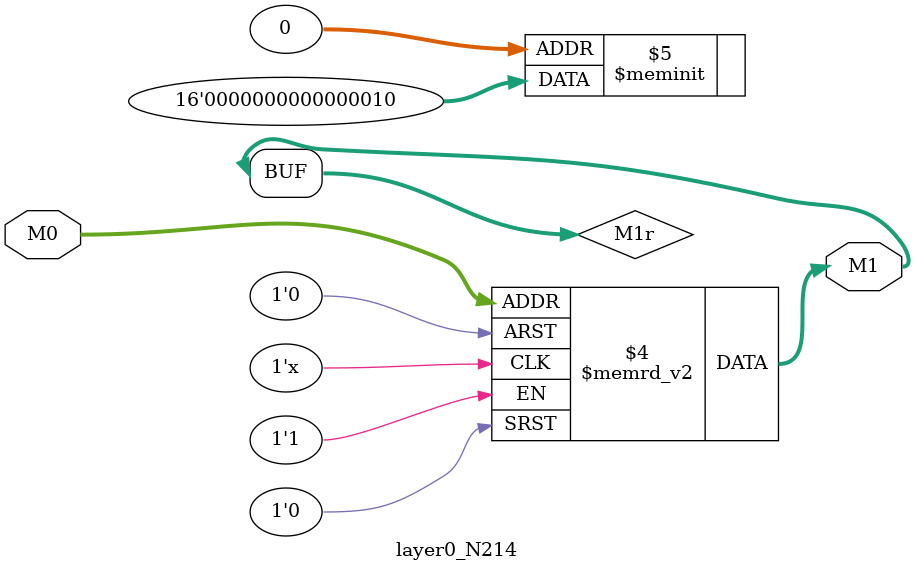
<source format=v>
module layer0_N214 ( input [2:0] M0, output [1:0] M1 );

	(*rom_style = "distributed" *) reg [1:0] M1r;
	assign M1 = M1r;
	always @ (M0) begin
		case (M0)
			3'b000: M1r = 2'b10;
			3'b100: M1r = 2'b00;
			3'b010: M1r = 2'b00;
			3'b110: M1r = 2'b00;
			3'b001: M1r = 2'b00;
			3'b101: M1r = 2'b00;
			3'b011: M1r = 2'b00;
			3'b111: M1r = 2'b00;

		endcase
	end
endmodule

</source>
